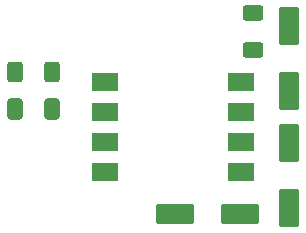
<source format=gbr>
%TF.GenerationSoftware,KiCad,Pcbnew,7.0.7-7.0.7~ubuntu22.04.1*%
%TF.CreationDate,2024-11-14T09:30:22+02:00*%
%TF.ProjectId,EncoderInterface,456e636f-6465-4724-996e-746572666163,rev?*%
%TF.SameCoordinates,PX7e46bbcPY55e586c*%
%TF.FileFunction,Paste,Bot*%
%TF.FilePolarity,Positive*%
%FSLAX46Y46*%
G04 Gerber Fmt 4.6, Leading zero omitted, Abs format (unit mm)*
G04 Created by KiCad (PCBNEW 7.0.7-7.0.7~ubuntu22.04.1) date 2024-11-14 09:30:22*
%MOMM*%
%LPD*%
G01*
G04 APERTURE LIST*
G04 Aperture macros list*
%AMRoundRect*
0 Rectangle with rounded corners*
0 $1 Rounding radius*
0 $2 $3 $4 $5 $6 $7 $8 $9 X,Y pos of 4 corners*
0 Add a 4 corners polygon primitive as box body*
4,1,4,$2,$3,$4,$5,$6,$7,$8,$9,$2,$3,0*
0 Add four circle primitives for the rounded corners*
1,1,$1+$1,$2,$3*
1,1,$1+$1,$4,$5*
1,1,$1+$1,$6,$7*
1,1,$1+$1,$8,$9*
0 Add four rect primitives between the rounded corners*
20,1,$1+$1,$2,$3,$4,$5,0*
20,1,$1+$1,$4,$5,$6,$7,0*
20,1,$1+$1,$6,$7,$8,$9,0*
20,1,$1+$1,$8,$9,$2,$3,0*%
G04 Aperture macros list end*
%ADD10R,2.219198X1.500000*%
%ADD11RoundRect,0.250000X0.600000X-1.400000X0.600000X1.400000X-0.600000X1.400000X-0.600000X-1.400000X0*%
%ADD12RoundRect,0.250000X-0.625000X0.400000X-0.625000X-0.400000X0.625000X-0.400000X0.625000X0.400000X0*%
%ADD13RoundRect,0.250000X-1.400000X-0.600000X1.400000X-0.600000X1.400000X0.600000X-1.400000X0.600000X0*%
%ADD14RoundRect,0.250000X0.412500X0.650000X-0.412500X0.650000X-0.412500X-0.650000X0.412500X-0.650000X0*%
%ADD15RoundRect,0.250000X-0.400000X-0.625000X0.400000X-0.625000X0.400000X0.625000X-0.400000X0.625000X0*%
G04 APERTURE END LIST*
D10*
%TO.C,U1*%
X21600000Y12980000D03*
X21600000Y10440000D03*
X21600000Y7900000D03*
X21600000Y5360000D03*
X10120800Y5360000D03*
X10120800Y7900000D03*
X10120800Y10440000D03*
X10120800Y12980000D03*
%TD*%
D11*
%TO.C,D2*%
X25654000Y2330000D03*
X25654000Y7830000D03*
%TD*%
D12*
%TO.C,R3*%
X22606000Y18822000D03*
X22606000Y15722000D03*
%TD*%
D11*
%TO.C,D1*%
X25654000Y12236000D03*
X25654000Y17736000D03*
%TD*%
D13*
%TO.C,D3*%
X16046000Y1778000D03*
X21546000Y1778000D03*
%TD*%
D14*
%TO.C,C1*%
X5626500Y10668000D03*
X2501500Y10668000D03*
%TD*%
D15*
%TO.C,R6*%
X2514000Y13843000D03*
X5614000Y13843000D03*
%TD*%
M02*

</source>
